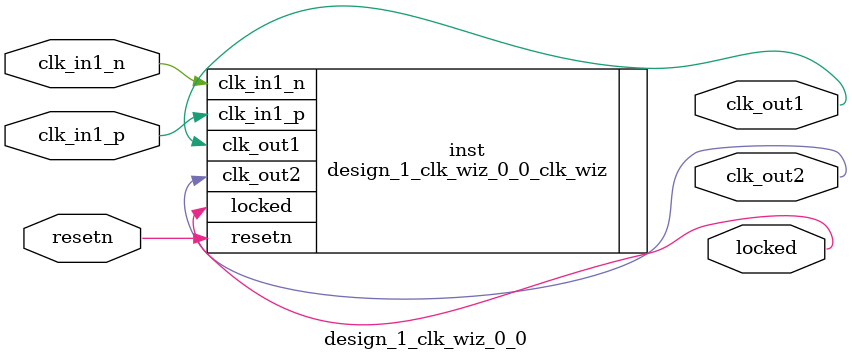
<source format=v>


`timescale 1ps/1ps

(* CORE_GENERATION_INFO = "design_1_clk_wiz_0_0,clk_wiz_v6_0_12_0_0,{component_name=design_1_clk_wiz_0_0,use_phase_alignment=false,use_min_o_jitter=false,use_max_i_jitter=false,use_dyn_phase_shift=false,use_inclk_switchover=false,use_dyn_reconfig=false,enable_axi=0,feedback_source=FDBK_AUTO,PRIMITIVE=MMCM,num_out_clk=2,clkin1_period=5.000,clkin2_period=10.0,use_power_down=false,use_reset=true,use_locked=true,use_inclk_stopped=false,feedback_type=SINGLE,CLOCK_MGR_TYPE=NA,manual_override=false}" *)

module design_1_clk_wiz_0_0 
 (
  // Clock out ports
  output        clk_out1,
  output        clk_out2,
  // Status and control signals
  input         resetn,
  output        locked,
 // Clock in ports
  input         clk_in1_p,
  input         clk_in1_n
 );

  design_1_clk_wiz_0_0_clk_wiz inst
  (
  // Clock out ports  
  .clk_out1(clk_out1),
  .clk_out2(clk_out2),
  // Status and control signals               
  .resetn(resetn), 
  .locked(locked),
 // Clock in ports
  .clk_in1_p(clk_in1_p),
  .clk_in1_n(clk_in1_n)
  );

endmodule

</source>
